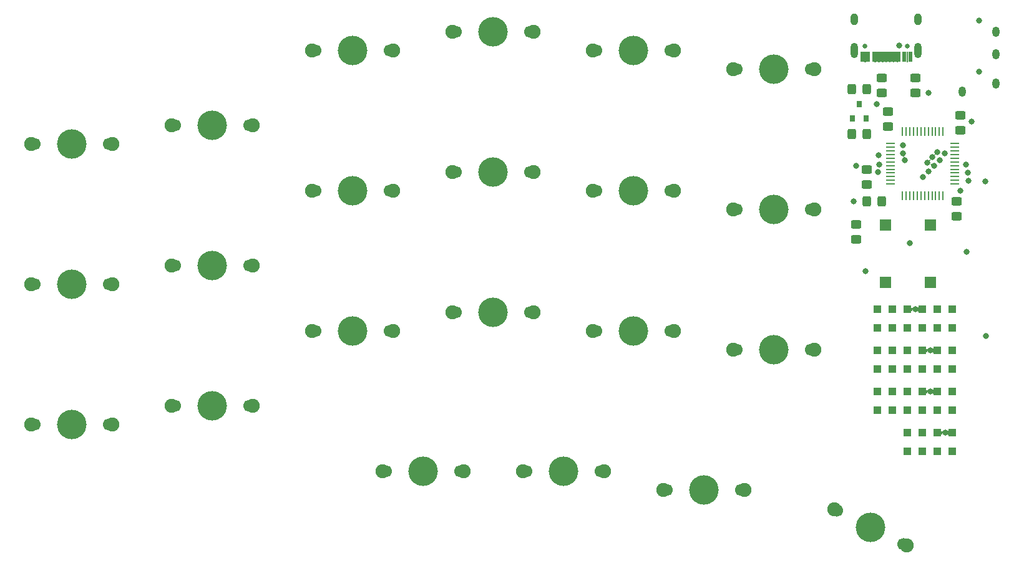
<source format=gbr>
%TF.GenerationSoftware,KiCad,Pcbnew,6.0.5-2.fc36*%
%TF.CreationDate,2022-06-13T17:40:03-05:00*%
%TF.ProjectId,left,6c656674-2e6b-4696-9361-645f70636258,rev?*%
%TF.SameCoordinates,Original*%
%TF.FileFunction,Soldermask,Top*%
%TF.FilePolarity,Negative*%
%FSLAX46Y46*%
G04 Gerber Fmt 4.6, Leading zero omitted, Abs format (unit mm)*
G04 Created by KiCad (PCBNEW 6.0.5-2.fc36) date 2022-06-13 17:40:03*
%MOMM*%
%LPD*%
G01*
G04 APERTURE LIST*
G04 Aperture macros list*
%AMRoundRect*
0 Rectangle with rounded corners*
0 $1 Rounding radius*
0 $2 $3 $4 $5 $6 $7 $8 $9 X,Y pos of 4 corners*
0 Add a 4 corners polygon primitive as box body*
4,1,4,$2,$3,$4,$5,$6,$7,$8,$9,$2,$3,0*
0 Add four circle primitives for the rounded corners*
1,1,$1+$1,$2,$3*
1,1,$1+$1,$4,$5*
1,1,$1+$1,$6,$7*
1,1,$1+$1,$8,$9*
0 Add four rect primitives between the rounded corners*
20,1,$1+$1,$2,$3,$4,$5,0*
20,1,$1+$1,$4,$5,$6,$7,0*
20,1,$1+$1,$6,$7,$8,$9,0*
20,1,$1+$1,$8,$9,$2,$3,0*%
G04 Aperture macros list end*
%ADD10RoundRect,0.249999X-0.450001X0.325001X-0.450001X-0.325001X0.450001X-0.325001X0.450001X0.325001X0*%
%ADD11RoundRect,0.249999X0.325001X0.450001X-0.325001X0.450001X-0.325001X-0.450001X0.325001X-0.450001X0*%
%ADD12R,0.800000X0.900000*%
%ADD13R,1.000000X1.000000*%
%ADD14RoundRect,0.249999X0.450001X-0.325001X0.450001X0.325001X-0.450001X0.325001X-0.450001X-0.325001X0*%
%ADD15RoundRect,0.249999X-0.325001X-0.450001X0.325001X-0.450001X0.325001X0.450001X-0.325001X0.450001X0*%
%ADD16R,1.500000X1.500000*%
%ADD17C,0.650000*%
%ADD18R,0.600000X1.450000*%
%ADD19R,0.300000X1.450000*%
%ADD20O,1.000000X1.600000*%
%ADD21O,1.000000X2.100000*%
%ADD22R,0.250000X1.300000*%
%ADD23R,1.300000X0.250000*%
%ADD24C,0.800000*%
%ADD25O,1.000000X1.400000*%
%ADD26C,4.000000*%
%ADD27C,1.700000*%
%ADD28C,1.900000*%
G04 APERTURE END LIST*
D10*
%TO.C,R7*%
X228727000Y-57649000D03*
X228727000Y-59699000D03*
%TD*%
%TO.C,R6*%
X224155000Y-57649000D03*
X224155000Y-59699000D03*
%TD*%
D11*
%TO.C,R1*%
X224155000Y-74422000D03*
X222105000Y-74422000D03*
%TD*%
D12*
%TO.C,U2*%
X220157000Y-63230000D03*
X222057000Y-63230000D03*
X221107000Y-61230000D03*
%TD*%
D13*
%TO.C,D17*%
X233759440Y-105882927D03*
X233759440Y-108382927D03*
%TD*%
%TO.C,D19*%
X225631440Y-89118927D03*
X225631440Y-91618927D03*
%TD*%
%TO.C,D20*%
X225631440Y-94706927D03*
X225631440Y-97206927D03*
%TD*%
%TO.C,D21*%
X225631440Y-100294927D03*
X225631440Y-102794927D03*
%TD*%
%TO.C,D23*%
X229695440Y-89118927D03*
X229695440Y-91618927D03*
%TD*%
%TO.C,D24*%
X229695440Y-94706927D03*
X229695440Y-97206927D03*
%TD*%
%TO.C,D25*%
X229695440Y-100294927D03*
X229695440Y-102794927D03*
%TD*%
%TO.C,D26*%
X229695440Y-105882927D03*
X229695440Y-108382927D03*
%TD*%
%TO.C,D33*%
X231727440Y-89118927D03*
X231727440Y-91618927D03*
%TD*%
%TO.C,D34*%
X231727440Y-94706927D03*
X231727440Y-97206927D03*
%TD*%
%TO.C,D15*%
X233759440Y-94706927D03*
X233759440Y-97206927D03*
%TD*%
%TO.C,D36*%
X231727440Y-105882927D03*
X231727440Y-108382927D03*
%TD*%
%TO.C,D5*%
X223599440Y-89118927D03*
X223599440Y-91618927D03*
%TD*%
%TO.C,D6*%
X223599440Y-94706927D03*
X223599440Y-97206927D03*
%TD*%
%TO.C,D7*%
X223599440Y-100294927D03*
X223599440Y-102794927D03*
%TD*%
%TO.C,D9*%
X227663440Y-89118927D03*
X227663440Y-91618927D03*
%TD*%
%TO.C,D10*%
X227663440Y-94706927D03*
X227663440Y-97206927D03*
%TD*%
%TO.C,D11*%
X227663440Y-100294927D03*
X227663440Y-102794927D03*
%TD*%
%TO.C,D12*%
X227663440Y-105882927D03*
X227663440Y-108382927D03*
%TD*%
%TO.C,D14*%
X233759440Y-89118927D03*
X233759440Y-91618927D03*
%TD*%
%TO.C,D16*%
X233759440Y-100294927D03*
X233759440Y-102794927D03*
%TD*%
D14*
%TO.C,C1*%
X220726000Y-79638000D03*
X220726000Y-77588000D03*
%TD*%
D15*
%TO.C,C6*%
X220082000Y-65278000D03*
X222132000Y-65278000D03*
%TD*%
D14*
%TO.C,C3*%
X234315000Y-76463000D03*
X234315000Y-74413000D03*
%TD*%
D10*
%TO.C,C5*%
X225044000Y-62221000D03*
X225044000Y-64271000D03*
%TD*%
D15*
%TO.C,C7*%
X220082000Y-59182000D03*
X222132000Y-59182000D03*
%TD*%
D16*
%TO.C,SW2*%
X224663000Y-85434000D03*
X224663000Y-77634000D03*
%TD*%
%TO.C,SW1*%
X230759000Y-85434000D03*
X230759000Y-77634000D03*
%TD*%
D17*
%TO.C,J1*%
X227680000Y-53400000D03*
X221900000Y-53400000D03*
D18*
X228040000Y-54845000D03*
X227240000Y-54845000D03*
D19*
X226040000Y-54845000D03*
X225040000Y-54845000D03*
X224540000Y-54845000D03*
X223540000Y-54845000D03*
D18*
X222340000Y-54845000D03*
X221540000Y-54845000D03*
X221540000Y-54845000D03*
X222340000Y-54845000D03*
D19*
X223040000Y-54845000D03*
X224040000Y-54845000D03*
X225540000Y-54845000D03*
X226540000Y-54845000D03*
D18*
X227240000Y-54845000D03*
X228040000Y-54845000D03*
D20*
X229110000Y-49750000D03*
D21*
X229110000Y-53930000D03*
X220470000Y-53930000D03*
D20*
X220470000Y-49750000D03*
%TD*%
D22*
%TO.C,U1*%
X226993000Y-73692000D03*
X227493000Y-73692000D03*
X227993000Y-73692000D03*
X228493000Y-73692000D03*
X228993000Y-73692000D03*
X229493000Y-73692000D03*
X229993000Y-73692000D03*
X230493000Y-73692000D03*
X230993000Y-73692000D03*
X231493000Y-73692000D03*
X231993000Y-73692000D03*
X232493000Y-73692000D03*
D23*
X234093000Y-72092000D03*
X234093000Y-71592000D03*
X234093000Y-71092000D03*
X234093000Y-70592000D03*
X234093000Y-70092000D03*
X234093000Y-69592000D03*
X234093000Y-69092000D03*
X234093000Y-68592000D03*
X234093000Y-68092000D03*
X234093000Y-67592000D03*
X234093000Y-67092000D03*
X234093000Y-66592000D03*
D22*
X232493000Y-64992000D03*
X231993000Y-64992000D03*
X231493000Y-64992000D03*
X230993000Y-64992000D03*
X230493000Y-64992000D03*
X229993000Y-64992000D03*
X229493000Y-64992000D03*
X228993000Y-64992000D03*
X228493000Y-64992000D03*
X227993000Y-64992000D03*
X227493000Y-64992000D03*
X226993000Y-64992000D03*
D23*
X225393000Y-66592000D03*
X225393000Y-67092000D03*
X225393000Y-67592000D03*
X225393000Y-68092000D03*
X225393000Y-68592000D03*
X225393000Y-69092000D03*
X225393000Y-69592000D03*
X225393000Y-70092000D03*
X225393000Y-70592000D03*
X225393000Y-71092000D03*
X225393000Y-71592000D03*
X225393000Y-72092000D03*
%TD*%
D14*
%TO.C,C2*%
X234823000Y-64779000D03*
X234823000Y-62729000D03*
%TD*%
D13*
%TO.C,D35*%
X231727440Y-100294927D03*
X231727440Y-102794927D03*
%TD*%
D10*
%TO.C,C4*%
X222123000Y-70095000D03*
X222123000Y-72145000D03*
%TD*%
D24*
%TO.C,J2*%
X237363000Y-49860000D03*
X237363000Y-56860000D03*
D25*
X235063000Y-59560000D03*
X239663000Y-58460000D03*
X239663000Y-54460000D03*
X239663000Y-51460000D03*
%TD*%
D26*
%TO.C,SW3*%
X114300000Y-66675000D03*
D27*
X109220000Y-66675000D03*
X119380000Y-66675000D03*
D28*
X119800000Y-66675000D03*
X108800000Y-66675000D03*
%TD*%
%TO.C,SW24*%
X186475000Y-111125000D03*
D26*
X180975000Y-111125000D03*
D27*
X175895000Y-111125000D03*
D28*
X175475000Y-111125000D03*
D27*
X186055000Y-111125000D03*
%TD*%
D28*
%TO.C,SW34*%
X194525000Y-113665000D03*
D27*
X205105000Y-113665000D03*
X194945000Y-113665000D03*
D28*
X205525000Y-113665000D03*
D26*
X200025000Y-113665000D03*
%TD*%
D28*
%TO.C,SW33*%
X196000000Y-92075000D03*
X185000000Y-92075000D03*
D27*
X185420000Y-92075000D03*
D26*
X190500000Y-92075000D03*
D27*
X195580000Y-92075000D03*
%TD*%
D28*
%TO.C,SW32*%
X196000000Y-73025000D03*
X185000000Y-73025000D03*
D27*
X195580000Y-73025000D03*
X185420000Y-73025000D03*
D26*
X190500000Y-73025000D03*
%TD*%
D27*
%TO.C,SW31*%
X195580000Y-53975000D03*
X185420000Y-53975000D03*
D26*
X190500000Y-53975000D03*
D28*
X196000000Y-53975000D03*
X185000000Y-53975000D03*
%TD*%
D27*
%TO.C,SW23*%
X176530000Y-89535000D03*
D26*
X171450000Y-89535000D03*
D27*
X166370000Y-89535000D03*
D28*
X176950000Y-89535000D03*
X165950000Y-89535000D03*
%TD*%
D27*
%TO.C,SW22*%
X176530000Y-70485000D03*
D28*
X165950000Y-70485000D03*
X176950000Y-70485000D03*
D27*
X166370000Y-70485000D03*
D26*
X171450000Y-70485000D03*
%TD*%
%TO.C,SW21*%
X171450000Y-51435000D03*
D28*
X165950000Y-51435000D03*
D27*
X166370000Y-51435000D03*
X176530000Y-51435000D03*
D28*
X176950000Y-51435000D03*
%TD*%
%TO.C,SW19*%
X127850000Y-102235000D03*
X138850000Y-102235000D03*
D27*
X138430000Y-102235000D03*
D26*
X133350000Y-102235000D03*
D27*
X128270000Y-102235000D03*
%TD*%
D28*
%TO.C,SW18*%
X138850000Y-83185000D03*
D26*
X133350000Y-83185000D03*
D28*
X127850000Y-83185000D03*
D27*
X128270000Y-83185000D03*
X138430000Y-83185000D03*
%TD*%
%TO.C,SW17*%
X128270000Y-64135000D03*
D28*
X127850000Y-64135000D03*
D27*
X138430000Y-64135000D03*
D28*
X138850000Y-64135000D03*
D26*
X133350000Y-64135000D03*
%TD*%
D27*
%TO.C,SW14*%
X214630000Y-94615000D03*
D28*
X215050000Y-94615000D03*
D27*
X204470000Y-94615000D03*
D26*
X209550000Y-94615000D03*
D28*
X204050000Y-94615000D03*
%TD*%
D27*
%TO.C,SW12*%
X204470000Y-56515000D03*
D28*
X215050000Y-56515000D03*
D26*
X209550000Y-56515000D03*
D27*
X214630000Y-56515000D03*
D28*
X204050000Y-56515000D03*
%TD*%
D27*
%TO.C,SW10*%
X167005000Y-111125000D03*
X156845000Y-111125000D03*
D28*
X167425000Y-111125000D03*
X156425000Y-111125000D03*
D26*
X161925000Y-111125000D03*
%TD*%
D28*
%TO.C,SW9*%
X146900000Y-92075000D03*
D26*
X152400000Y-92075000D03*
D27*
X147320000Y-92075000D03*
X157480000Y-92075000D03*
D28*
X157900000Y-92075000D03*
%TD*%
D27*
%TO.C,SW8*%
X157480000Y-73025000D03*
D26*
X152400000Y-73025000D03*
D28*
X146900000Y-73025000D03*
D27*
X147320000Y-73025000D03*
D28*
X157900000Y-73025000D03*
%TD*%
D27*
%TO.C,SW13*%
X204470000Y-75565000D03*
D26*
X209550000Y-75565000D03*
D28*
X204050000Y-75565000D03*
X215050000Y-75565000D03*
D27*
X214630000Y-75565000D03*
%TD*%
D26*
%TO.C,SW7*%
X152400000Y-53975000D03*
D28*
X146900000Y-53975000D03*
D27*
X147320000Y-53975000D03*
X157480000Y-53975000D03*
D28*
X157900000Y-53975000D03*
%TD*%
D26*
%TO.C,SW5*%
X114300000Y-104775000D03*
D27*
X109220000Y-104775000D03*
D28*
X119800000Y-104775000D03*
X108800000Y-104775000D03*
D27*
X119380000Y-104775000D03*
%TD*%
%TO.C,SW4*%
X109220000Y-85725000D03*
D28*
X119800000Y-85725000D03*
D26*
X114300000Y-85725000D03*
D27*
X119380000Y-85725000D03*
D28*
X108800000Y-85725000D03*
%TD*%
%TO.C,SW15*%
X217708861Y-116290912D03*
X227553139Y-121199088D03*
D26*
X222631000Y-118745000D03*
D27*
X227177267Y-121011685D03*
X218084733Y-116478315D03*
%TD*%
D24*
X220726000Y-69596000D03*
X220345000Y-74422000D03*
X227965000Y-80137000D03*
X238252000Y-71755000D03*
X221996000Y-83947000D03*
X236347000Y-63627000D03*
X235712000Y-81280000D03*
X223520000Y-61214000D03*
X230505000Y-59690000D03*
X226507489Y-53279489D03*
X238315000Y-92710000D03*
X234823000Y-73025000D03*
X235966000Y-71628000D03*
X235819000Y-70592000D03*
X235616000Y-69469000D03*
X228727000Y-89118927D03*
X230505000Y-70358000D03*
X230759000Y-94706927D03*
X231295661Y-69612394D03*
X230759000Y-100294927D03*
X232035892Y-68843108D03*
X232727096Y-67934685D03*
X232791000Y-105882927D03*
X231733288Y-67744851D03*
X231039426Y-68464974D03*
X227075996Y-66802000D03*
X227035097Y-67928177D03*
X227296223Y-68893494D03*
X223773988Y-68199000D03*
X230377996Y-69215000D03*
X229743000Y-71120000D03*
X223830091Y-69450510D03*
X223647000Y-70484902D03*
G36*
X233260846Y-105488951D02*
G01*
X233261440Y-105490374D01*
X233261440Y-106275477D01*
X233260440Y-106277209D01*
X233258440Y-106277209D01*
X233257521Y-106276040D01*
X233237845Y-106209028D01*
X233185502Y-106163673D01*
X233116917Y-106153812D01*
X233059363Y-106178054D01*
X233050922Y-106184531D01*
X233048939Y-106184792D01*
X233047721Y-106183205D01*
X233048290Y-106181530D01*
X233112968Y-106116852D01*
X233169498Y-106005907D01*
X233188975Y-105882927D01*
X233169498Y-105759947D01*
X233112968Y-105649002D01*
X233048293Y-105584327D01*
X233047775Y-105582395D01*
X233049189Y-105580981D01*
X233050925Y-105581326D01*
X233059338Y-105587782D01*
X233124213Y-105612863D01*
X233192059Y-105598947D01*
X233241634Y-105550539D01*
X233257505Y-105489868D01*
X233258911Y-105488445D01*
X233260846Y-105488951D01*
G37*
G36*
X232229359Y-105598886D02*
G01*
X232249035Y-105665898D01*
X232301378Y-105711253D01*
X232369931Y-105721110D01*
X232433108Y-105692258D01*
X232450077Y-105674247D01*
X232454958Y-105667886D01*
X232456806Y-105667121D01*
X232458393Y-105668339D01*
X232458327Y-105670012D01*
X232412502Y-105759947D01*
X232393025Y-105882927D01*
X232412502Y-106005907D01*
X232458324Y-106095838D01*
X232458219Y-106097835D01*
X232456437Y-106098743D01*
X232454955Y-106097963D01*
X232450196Y-106091760D01*
X232394020Y-106050741D01*
X232324885Y-106046622D01*
X232264498Y-106080535D01*
X232231939Y-106141886D01*
X232229430Y-106166611D01*
X232228260Y-106168233D01*
X232226270Y-106168031D01*
X232225440Y-106166409D01*
X232225440Y-105599449D01*
X232226440Y-105597717D01*
X232228440Y-105597717D01*
X232229359Y-105598886D01*
G37*
G36*
X231228846Y-99900951D02*
G01*
X231229440Y-99902374D01*
X231229440Y-100687477D01*
X231228440Y-100689209D01*
X231226440Y-100689209D01*
X231225521Y-100688040D01*
X231205845Y-100621028D01*
X231153502Y-100575673D01*
X231084917Y-100565812D01*
X231027363Y-100590054D01*
X231018922Y-100596531D01*
X231016939Y-100596792D01*
X231015721Y-100595205D01*
X231016290Y-100593530D01*
X231080968Y-100528852D01*
X231137498Y-100417907D01*
X231156975Y-100294927D01*
X231137498Y-100171947D01*
X231080968Y-100061002D01*
X231016293Y-99996327D01*
X231015775Y-99994395D01*
X231017189Y-99992981D01*
X231018925Y-99993326D01*
X231027338Y-99999782D01*
X231092213Y-100024863D01*
X231160059Y-100010947D01*
X231209634Y-99962539D01*
X231225505Y-99901868D01*
X231226911Y-99900445D01*
X231228846Y-99900951D01*
G37*
G36*
X230197359Y-100010886D02*
G01*
X230217035Y-100077898D01*
X230269378Y-100123253D01*
X230337931Y-100133110D01*
X230401108Y-100104258D01*
X230418077Y-100086247D01*
X230422958Y-100079886D01*
X230424806Y-100079121D01*
X230426393Y-100080339D01*
X230426327Y-100082012D01*
X230380502Y-100171947D01*
X230361025Y-100294927D01*
X230380502Y-100417907D01*
X230426324Y-100507838D01*
X230426219Y-100509835D01*
X230424437Y-100510743D01*
X230422955Y-100509963D01*
X230418196Y-100503760D01*
X230362020Y-100462741D01*
X230292885Y-100458622D01*
X230232498Y-100492535D01*
X230199939Y-100553886D01*
X230197430Y-100578611D01*
X230196260Y-100580233D01*
X230194270Y-100580031D01*
X230193440Y-100578409D01*
X230193440Y-100011449D01*
X230194440Y-100009717D01*
X230196440Y-100009717D01*
X230197359Y-100010886D01*
G37*
G36*
X231228846Y-94312951D02*
G01*
X231229440Y-94314374D01*
X231229440Y-95099477D01*
X231228440Y-95101209D01*
X231226440Y-95101209D01*
X231225521Y-95100040D01*
X231205845Y-95033028D01*
X231153502Y-94987673D01*
X231084917Y-94977812D01*
X231027363Y-95002054D01*
X231018922Y-95008531D01*
X231016939Y-95008792D01*
X231015721Y-95007205D01*
X231016290Y-95005530D01*
X231080968Y-94940852D01*
X231137498Y-94829907D01*
X231156975Y-94706927D01*
X231137498Y-94583947D01*
X231080968Y-94473002D01*
X231016293Y-94408327D01*
X231015775Y-94406395D01*
X231017189Y-94404981D01*
X231018925Y-94405326D01*
X231027338Y-94411782D01*
X231092213Y-94436863D01*
X231160059Y-94422947D01*
X231209634Y-94374539D01*
X231225505Y-94313868D01*
X231226911Y-94312445D01*
X231228846Y-94312951D01*
G37*
G36*
X230197359Y-94422886D02*
G01*
X230217035Y-94489898D01*
X230269378Y-94535253D01*
X230337931Y-94545110D01*
X230401108Y-94516258D01*
X230418077Y-94498247D01*
X230422958Y-94491886D01*
X230424806Y-94491121D01*
X230426393Y-94492339D01*
X230426327Y-94494012D01*
X230380502Y-94583947D01*
X230361025Y-94706927D01*
X230380502Y-94829907D01*
X230426324Y-94919838D01*
X230426219Y-94921835D01*
X230424437Y-94922743D01*
X230422955Y-94921963D01*
X230418196Y-94915760D01*
X230362020Y-94874741D01*
X230292885Y-94870622D01*
X230232498Y-94904535D01*
X230199939Y-94965886D01*
X230197430Y-94990611D01*
X230196260Y-94992233D01*
X230194270Y-94992031D01*
X230193440Y-94990409D01*
X230193440Y-94423449D01*
X230194440Y-94421717D01*
X230196440Y-94421717D01*
X230197359Y-94422886D01*
G37*
G36*
X229196846Y-88724951D02*
G01*
X229197440Y-88726374D01*
X229197440Y-89511477D01*
X229196440Y-89513209D01*
X229194440Y-89513209D01*
X229193521Y-89512040D01*
X229173845Y-89445028D01*
X229121502Y-89399673D01*
X229052917Y-89389812D01*
X228995363Y-89414054D01*
X228986922Y-89420531D01*
X228984939Y-89420792D01*
X228983721Y-89419205D01*
X228984290Y-89417530D01*
X229048968Y-89352852D01*
X229105498Y-89241907D01*
X229124975Y-89118927D01*
X229105498Y-88995947D01*
X229048968Y-88885002D01*
X228984293Y-88820327D01*
X228983775Y-88818395D01*
X228985189Y-88816981D01*
X228986925Y-88817326D01*
X228995338Y-88823782D01*
X229060213Y-88848863D01*
X229128059Y-88834947D01*
X229177634Y-88786539D01*
X229193505Y-88725868D01*
X229194911Y-88724445D01*
X229196846Y-88724951D01*
G37*
G36*
X228165359Y-88834886D02*
G01*
X228185035Y-88901898D01*
X228237378Y-88947253D01*
X228305931Y-88957110D01*
X228369108Y-88928258D01*
X228386077Y-88910247D01*
X228390958Y-88903886D01*
X228392806Y-88903121D01*
X228394393Y-88904339D01*
X228394327Y-88906012D01*
X228348502Y-88995947D01*
X228329025Y-89118927D01*
X228348502Y-89241907D01*
X228394324Y-89331838D01*
X228394219Y-89333835D01*
X228392437Y-89334743D01*
X228390955Y-89333963D01*
X228386196Y-89327760D01*
X228330020Y-89286741D01*
X228260885Y-89282622D01*
X228200498Y-89316535D01*
X228167939Y-89377886D01*
X228165430Y-89402611D01*
X228164260Y-89404233D01*
X228162270Y-89404031D01*
X228161440Y-89402409D01*
X228161440Y-88835449D01*
X228162440Y-88833717D01*
X228164440Y-88833717D01*
X228165359Y-88834886D01*
G37*
G36*
X230772859Y-69253830D02*
G01*
X230773583Y-69255645D01*
X230772487Y-69263966D01*
X230783205Y-69332691D01*
X230829179Y-69384490D01*
X230895861Y-69403211D01*
X230962195Y-69382873D01*
X230983054Y-69363453D01*
X230985003Y-69363005D01*
X230986366Y-69364469D01*
X230985831Y-69366331D01*
X230973693Y-69378469D01*
X230917163Y-69489414D01*
X230904032Y-69572323D01*
X230902774Y-69573877D01*
X230900798Y-69573564D01*
X230900074Y-69571749D01*
X230901170Y-69563428D01*
X230890452Y-69494703D01*
X230844478Y-69442904D01*
X230777796Y-69424183D01*
X230711462Y-69444521D01*
X230690603Y-69463941D01*
X230688654Y-69464389D01*
X230687291Y-69462925D01*
X230687826Y-69461063D01*
X230699964Y-69448925D01*
X230756494Y-69337980D01*
X230769625Y-69255071D01*
X230770883Y-69253517D01*
X230772859Y-69253830D01*
G37*
G36*
X230679645Y-68624687D02*
G01*
X230717458Y-68698899D01*
X230805501Y-68786942D01*
X230879712Y-68824755D01*
X230880801Y-68826432D01*
X230879893Y-68828214D01*
X230878039Y-68828385D01*
X230868995Y-68824638D01*
X230799832Y-68817203D01*
X230737902Y-68848203D01*
X230702561Y-68907765D01*
X230705038Y-68977106D01*
X230724177Y-69013173D01*
X230725058Y-69014321D01*
X230725319Y-69014774D01*
X230741407Y-69053614D01*
X230741146Y-69055597D01*
X230739298Y-69056362D01*
X230737777Y-69055287D01*
X230699964Y-68981075D01*
X230611921Y-68893032D01*
X230537710Y-68855219D01*
X230536621Y-68853542D01*
X230537529Y-68851760D01*
X230539383Y-68851589D01*
X230548427Y-68855336D01*
X230617590Y-68862771D01*
X230679520Y-68831771D01*
X230714861Y-68772209D01*
X230712384Y-68702868D01*
X230693245Y-68666801D01*
X230692364Y-68665653D01*
X230692103Y-68665200D01*
X230676015Y-68626360D01*
X230676276Y-68624377D01*
X230678124Y-68623612D01*
X230679645Y-68624687D01*
G37*
G36*
X227250010Y-68260955D02*
G01*
X227250918Y-68262737D01*
X227250139Y-68264219D01*
X227238700Y-68272996D01*
X227197683Y-68329170D01*
X227193566Y-68398305D01*
X227227479Y-68458692D01*
X227288892Y-68491282D01*
X227293342Y-68492031D01*
X227294884Y-68493304D01*
X227294552Y-68495277D01*
X227293323Y-68495978D01*
X227173243Y-68514996D01*
X227083310Y-68560819D01*
X227081313Y-68560714D01*
X227080405Y-68558932D01*
X227081185Y-68557450D01*
X227092619Y-68548677D01*
X227133637Y-68492502D01*
X227137756Y-68423367D01*
X227103843Y-68362980D01*
X227042430Y-68330389D01*
X227037978Y-68329640D01*
X227036436Y-68328367D01*
X227036768Y-68326395D01*
X227037997Y-68325693D01*
X227158077Y-68306675D01*
X227248013Y-68260850D01*
X227250010Y-68260955D01*
G37*
G36*
X231373504Y-67904559D02*
G01*
X231411320Y-67978776D01*
X231499363Y-68066819D01*
X231573583Y-68104636D01*
X231574672Y-68106313D01*
X231573764Y-68108095D01*
X231571910Y-68108266D01*
X231544770Y-68097024D01*
X231475607Y-68089589D01*
X231413677Y-68120589D01*
X231378337Y-68180152D01*
X231380818Y-68249630D01*
X231383811Y-68257654D01*
X231402840Y-68303593D01*
X231402579Y-68305576D01*
X231400731Y-68306341D01*
X231399210Y-68305266D01*
X231361394Y-68231049D01*
X231273351Y-68143006D01*
X231199131Y-68105189D01*
X231198042Y-68103512D01*
X231198950Y-68101730D01*
X231200804Y-68101559D01*
X231227944Y-68112801D01*
X231297107Y-68120236D01*
X231359037Y-68089236D01*
X231394377Y-68029673D01*
X231391896Y-67960195D01*
X231388903Y-67952171D01*
X231369874Y-67906232D01*
X231370135Y-67904249D01*
X231371983Y-67903484D01*
X231373504Y-67904559D01*
G37*
G36*
X232394489Y-67720097D02*
G01*
X232394423Y-67721770D01*
X232348598Y-67811705D01*
X232329121Y-67934685D01*
X232330706Y-67944695D01*
X232329990Y-67946562D01*
X232328014Y-67946875D01*
X232326902Y-67945817D01*
X232299788Y-67884528D01*
X232241974Y-67846393D01*
X232172720Y-67845569D01*
X232113908Y-67882384D01*
X232092245Y-67916991D01*
X232080611Y-67945078D01*
X232080350Y-67945531D01*
X232069330Y-67959892D01*
X232067482Y-67960657D01*
X232065895Y-67959439D01*
X232065961Y-67957766D01*
X232111786Y-67867831D01*
X232131263Y-67744851D01*
X232129678Y-67734841D01*
X232130394Y-67732974D01*
X232132370Y-67732661D01*
X232133482Y-67733719D01*
X232160596Y-67795008D01*
X232218410Y-67833143D01*
X232287664Y-67833967D01*
X232346476Y-67797152D01*
X232368139Y-67762545D01*
X232379773Y-67734458D01*
X232380034Y-67734005D01*
X232391054Y-67719644D01*
X232392902Y-67718879D01*
X232394489Y-67720097D01*
G37*
G36*
X223391890Y-54122322D02*
G01*
X223392000Y-54122976D01*
X223392000Y-55567111D01*
X223391000Y-55568843D01*
X223388889Y-55568774D01*
X223381935Y-55564128D01*
X223381763Y-55564000D01*
X223339056Y-55528309D01*
X223270341Y-55519676D01*
X223207710Y-55549640D01*
X223191511Y-55568334D01*
X223189621Y-55568988D01*
X223188110Y-55567678D01*
X223188000Y-55567024D01*
X223188000Y-54122889D01*
X223189000Y-54121157D01*
X223191111Y-54121226D01*
X223198065Y-54125872D01*
X223198237Y-54126000D01*
X223240944Y-54161691D01*
X223309659Y-54170324D01*
X223372290Y-54140360D01*
X223388489Y-54121666D01*
X223390379Y-54121012D01*
X223391890Y-54122322D01*
G37*
G36*
X225391890Y-54122322D02*
G01*
X225392000Y-54122976D01*
X225392000Y-55567111D01*
X225391000Y-55568843D01*
X225388889Y-55568774D01*
X225381935Y-55564128D01*
X225381763Y-55564000D01*
X225339056Y-55528309D01*
X225270341Y-55519676D01*
X225207710Y-55549640D01*
X225191511Y-55568334D01*
X225189621Y-55568988D01*
X225188110Y-55567678D01*
X225188000Y-55567024D01*
X225188000Y-54122889D01*
X225189000Y-54121157D01*
X225191111Y-54121226D01*
X225198065Y-54125872D01*
X225198237Y-54126000D01*
X225240944Y-54161691D01*
X225309659Y-54170324D01*
X225372290Y-54140360D01*
X225388489Y-54121666D01*
X225390379Y-54121012D01*
X225391890Y-54122322D01*
G37*
G36*
X222041890Y-54122322D02*
G01*
X222042000Y-54122976D01*
X222042000Y-55567111D01*
X222041000Y-55568843D01*
X222038889Y-55568774D01*
X222031935Y-55564128D01*
X222031763Y-55564000D01*
X221989056Y-55528309D01*
X221920341Y-55519676D01*
X221857710Y-55549640D01*
X221841511Y-55568334D01*
X221839621Y-55568988D01*
X221838110Y-55567678D01*
X221838000Y-55567024D01*
X221838000Y-54122889D01*
X221839000Y-54121157D01*
X221841111Y-54121226D01*
X221848065Y-54125872D01*
X221848237Y-54126000D01*
X221890944Y-54161691D01*
X221959659Y-54170324D01*
X222022290Y-54140360D01*
X222038489Y-54121666D01*
X222040379Y-54121012D01*
X222041890Y-54122322D01*
G37*
G36*
X224891890Y-54122322D02*
G01*
X224892000Y-54122976D01*
X224892000Y-55567111D01*
X224891000Y-55568843D01*
X224888889Y-55568774D01*
X224881935Y-55564128D01*
X224881763Y-55564000D01*
X224839056Y-55528309D01*
X224770341Y-55519676D01*
X224707710Y-55549640D01*
X224691511Y-55568334D01*
X224689621Y-55568988D01*
X224688110Y-55567678D01*
X224688000Y-55567024D01*
X224688000Y-54122889D01*
X224689000Y-54121157D01*
X224691111Y-54121226D01*
X224698065Y-54125872D01*
X224698237Y-54126000D01*
X224740944Y-54161691D01*
X224809659Y-54170324D01*
X224872290Y-54140360D01*
X224888489Y-54121666D01*
X224890379Y-54121012D01*
X224891890Y-54122322D01*
G37*
G36*
X226391890Y-54122322D02*
G01*
X226392000Y-54122976D01*
X226392000Y-55567111D01*
X226391000Y-55568843D01*
X226388889Y-55568774D01*
X226381935Y-55564128D01*
X226381763Y-55564000D01*
X226339056Y-55528309D01*
X226270341Y-55519676D01*
X226207710Y-55549640D01*
X226191511Y-55568334D01*
X226189621Y-55568988D01*
X226188110Y-55567678D01*
X226188000Y-55567024D01*
X226188000Y-54122889D01*
X226189000Y-54121157D01*
X226191111Y-54121226D01*
X226198065Y-54125872D01*
X226198237Y-54126000D01*
X226240944Y-54161691D01*
X226309659Y-54170324D01*
X226372290Y-54140360D01*
X226388489Y-54121666D01*
X226390379Y-54121012D01*
X226391890Y-54122322D01*
G37*
G36*
X227741890Y-54122322D02*
G01*
X227742000Y-54122976D01*
X227742000Y-55567111D01*
X227741000Y-55568843D01*
X227738889Y-55568774D01*
X227731935Y-55564128D01*
X227731763Y-55564000D01*
X227689056Y-55528309D01*
X227620341Y-55519676D01*
X227557710Y-55549640D01*
X227541511Y-55568334D01*
X227539621Y-55568988D01*
X227538110Y-55567678D01*
X227538000Y-55567024D01*
X227538000Y-54122889D01*
X227539000Y-54121157D01*
X227541111Y-54121226D01*
X227548065Y-54125872D01*
X227548237Y-54126000D01*
X227590944Y-54161691D01*
X227659659Y-54170324D01*
X227722290Y-54140360D01*
X227738489Y-54121666D01*
X227740379Y-54121012D01*
X227741890Y-54122322D01*
G37*
G36*
X224391890Y-54122322D02*
G01*
X224392000Y-54122976D01*
X224392000Y-55567111D01*
X224391000Y-55568843D01*
X224388889Y-55568774D01*
X224381935Y-55564128D01*
X224381763Y-55564000D01*
X224339056Y-55528309D01*
X224270341Y-55519676D01*
X224207710Y-55549640D01*
X224191511Y-55568334D01*
X224189621Y-55568988D01*
X224188110Y-55567678D01*
X224188000Y-55567024D01*
X224188000Y-54122889D01*
X224189000Y-54121157D01*
X224191111Y-54121226D01*
X224198065Y-54125872D01*
X224198237Y-54126000D01*
X224240944Y-54161691D01*
X224309659Y-54170324D01*
X224372290Y-54140360D01*
X224388489Y-54121666D01*
X224390379Y-54121012D01*
X224391890Y-54122322D01*
G37*
G36*
X225891890Y-54122322D02*
G01*
X225892000Y-54122976D01*
X225892000Y-55567111D01*
X225891000Y-55568843D01*
X225888889Y-55568774D01*
X225881935Y-55564128D01*
X225881763Y-55564000D01*
X225839056Y-55528309D01*
X225770341Y-55519676D01*
X225707710Y-55549640D01*
X225691511Y-55568334D01*
X225689621Y-55568988D01*
X225688110Y-55567678D01*
X225688000Y-55567024D01*
X225688000Y-54122889D01*
X225689000Y-54121157D01*
X225691111Y-54121226D01*
X225698065Y-54125872D01*
X225698237Y-54126000D01*
X225740944Y-54161691D01*
X225809659Y-54170324D01*
X225872290Y-54140360D01*
X225888489Y-54121666D01*
X225890379Y-54121012D01*
X225891890Y-54122322D01*
G37*
G36*
X223891890Y-54122322D02*
G01*
X223892000Y-54122976D01*
X223892000Y-55567111D01*
X223891000Y-55568843D01*
X223888889Y-55568774D01*
X223881935Y-55564128D01*
X223881763Y-55564000D01*
X223839056Y-55528309D01*
X223770341Y-55519676D01*
X223707710Y-55549640D01*
X223691511Y-55568334D01*
X223689621Y-55568988D01*
X223688110Y-55567678D01*
X223688000Y-55567024D01*
X223688000Y-54122889D01*
X223689000Y-54121157D01*
X223691111Y-54121226D01*
X223698065Y-54125872D01*
X223698237Y-54126000D01*
X223740944Y-54161691D01*
X223809659Y-54170324D01*
X223872290Y-54140360D01*
X223888489Y-54121666D01*
X223890379Y-54121012D01*
X223891890Y-54122322D01*
G37*
M02*

</source>
